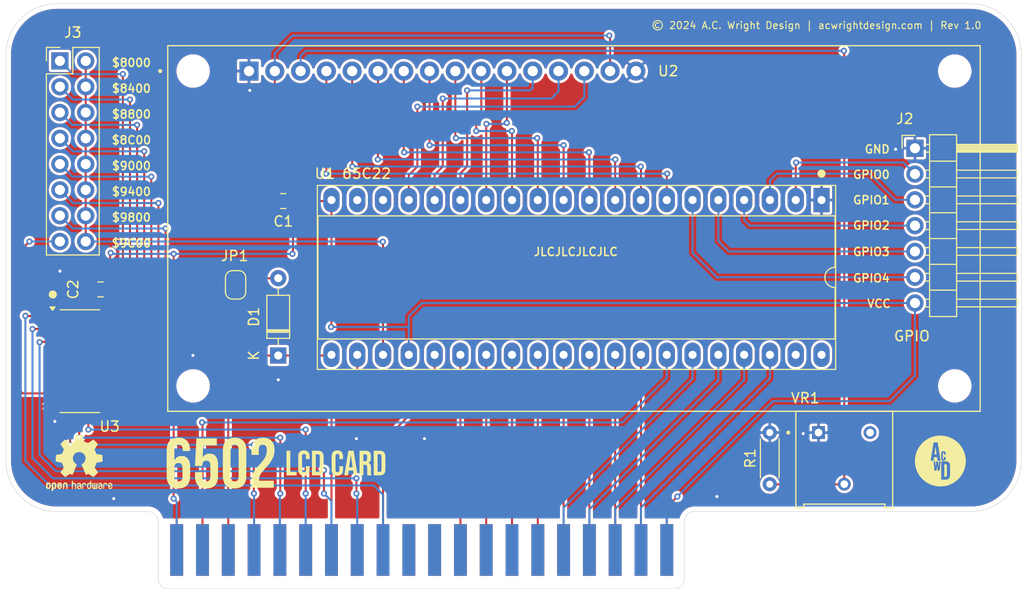
<source format=kicad_pcb>
(kicad_pcb (version 20240108) (generator "pcbnew") (generator_version "8.0")
  (title_block (title "6502 LCD Card") (date "2024-03-22") (rev "1.0") (company "A.C. Wright Design"))
  (layers (0 "F.Cu" signal) (31 "B.Cu" signal) (34 "B.Paste" user) (35 "F.Paste" user) (36 "B.SilkS" user "B.Silkscreen") (37 "F.SilkS" user "F.Silkscreen") (38 "B.Mask" user) (39 "F.Mask" user) (44 "Edge.Cuts" user))
  (net 0 "")
  (net 1 "GND")
  (net 2 "VCC")
  (net 3 "IRQB")
  (net 4 "Net-(D1-K)")
  (net 5 "D2")
  (net 6 "A2")
  (net 7 "RESB")
  (net 8 "A1")
  (net 9 "RWB")
  (net 10 "A15")
  (net 11 "D0")
  (net 12 "A12")
  (net 13 "A0")
  (net 14 "A11")
  (net 15 "D1")
  (net 16 "PHI2")
  (net 17 "D5")
  (net 18 "A14")
  (net 19 "A3")
  (net 20 "D7")
  (net 21 "A13")
  (net 22 "A10")
  (net 23 "D4")
  (net 24 "D3")
  (net 25 "D6")
  (net 26 "CSB")
  (net 27 "GPIO3")
  (net 28 "GPIO2")
  (net 29 "GPIO4")
  (net 30 "/$8400")
  (net 31 "/$9800")
  (net 32 "/$9400")
  (net 33 "/$8C00")
  (net 34 "/$9000")
  (net 35 "/$8800")
  (net 36 "/$8000")
  (net 37 "/$9C00")
  (net 38 "GPIO0")
  (net 39 "GPIO1")
  (net 41 "Net-(U2-VO)")
  (net 42 "DB2")
  (net 43 "DB5")
  (net 44 "DB4")
  (net 45 "RS")
  (net 46 "DB0")
  (net 47 "DB3")
  (net 49 "DB1")
  (net 50 "E")
  (net 52 "DB7")
  (net 53 "DB6")
  (net 56 "R{slash}W")
  (footprint "6502 Parts:LCD-16X2" (layer "F.Cu") (at 156.52 92.5)
    (property "Reference" "U2")
    (property "Value" "LCD-16X2" (hide yes))
  )
  (footprint "Diode_THT:D_DO-35_SOD27_P7.62mm_Horizontal" (layer "F.Cu") (at 127.4 105.01 90)
    (property "Reference" "D1")
    (property "Value" "D_Schottky" (hide yes))
  )
  (footprint "6502 Parts:3386F-1-103TLF" (layer "F.Cu") (at 183.14 115.255)
    (property "Reference" "VR1")
    (property "Value" "10k" (hide yes))
  )
  (footprint "Resistor_THT:R_Axial_DIN0204_L3.6mm_D1.6mm_P5.08mm_Horizontal" (layer "F.Cu") (at 175.8 117.68 90)
    (property "Reference" "R1")
    (property "Value" "R" (hide yes))
  )
  (footprint "A.C. Wright Logo:A.C. Wright Logo 5mm" (layer "F.Cu") (at 192.6 115.4)
    (property "Reference" "G***" (hide yes))
    (property "Value" "LOGO" (hide yes))
  )
  (footprint "Jumper:SolderJumper-2_P1.3mm_Bridged_RoundedPad1.0x1.5mm" (layer "F.Cu") (at 123.2 98.05 90)
    (property "Reference" "JP1")
    (property "Value" "SolderJumper_2_Bridged" (hide yes))
  )
  (footprint "Package_SO:SOIC-16_3.9x9.9mm_P1.27mm" (layer "F.Cu") (at 107.875 105.565)
    (property "Reference" "U3")
    (property "Value" "74LS138" (hide yes))
  )
  (footprint "Package_DIP:DIP-40_W15.24mm_Socket_LongPads" (layer "F.Cu") (at 180.9 89.7 -90)
    (property "Reference" "U1")
    (property "Value" "65C22")
  )
  (footprint "Connector_PinHeader_2.54mm:PinHeader_2x08_P2.54mm_Vertical" (layer "F.Cu") (at 105.9 76)
    (property "Reference" "J3")
    (property "Value" "Conn_02x08_Odd_Even" (hide yes))
  )
  (footprint "Capacitor_SMD:C_0805_2012Metric" (layer "F.Cu") (at 109.9 98.5 180)
    (property "Reference" "C2")
    (property "Value" "100nF" (hide yes))
  )
  (footprint "Symbol:OSHW-Logo2_7.3x6mm_SilkScreen" (layer "F.Cu") (at 107.8 115.6)
    (property "Reference" "REF**" (hide yes))
    (property "Value" "OSHW-Logo2_7.3x6mm_SilkScreen" (hide yes))
  )
  (footprint "6502 Parts:6502CARDEDGE" (layer "F.Cu") (at 117.4 126.7)
    (property "Reference" "J1" (hide yes))
    (property "Value" "6502CARDEDGE" (hide yes))
  )
  (footprint "6502 Logos:6502 LCD Card Logo 5mm" (layer "F.Cu") (at 131.4 115.6)
    (property "Reference" "G***" (hide yes))
    (property "Value" "LOGO" (hide yes))
  )
  (footprint "Connector_PinHeader_2.54mm:PinHeader_1x07_P2.54mm_Horizontal" (layer "F.Cu") (at 190.1 84.6)
    (property "Reference" "J2")
    (property "Value" "GPIO")
  )
  (footprint "Capacitor_SMD:C_0805_2012Metric" (layer "F.Cu") (at 127.9 89.8)
    (property "Reference" "C1")
    (property "Value" "100nF" (hide yes))
  )
  (gr_circle (center 105.2 99) (end 105.4 99) (stroke (width 0.4)) (fill none) (layer "F.SilkS"))
  (gr_circle (center 180.9 87.1) (end 181.1 87.1) (stroke (width 0.4)) (fill none) (layer "F.SilkS"))
  (gr_arc (start 167.3841 121.3746) (mid 167.676993 120.667493) (end 168.3841 120.3746) (stroke (width 0.05)) (layer "Edge.Cuts"))
  (gr_line (start 200.5841 115.3746) (end 200.5841 75.3746) (stroke (width 0.05)) (layer "Edge.Cuts"))
  (gr_arc (start 105.5841 120.3746) (mid 102.048566 118.910134) (end 100.5841 115.3746) (stroke (width 0.05)) (layer "Edge.Cuts"))
  (gr_line (start 105.5841 120.3746) (end 114.5841 120.3746) (stroke (width 0.05)) (layer "Edge.Cuts"))
  (gr_line (start 168.3841 120.3746) (end 195.5841 120.3746) (stroke (width 0.05)) (layer "Edge.Cuts"))
  (gr_line (start 195.5841 70.3746) (end 105.5841 70.3746) (stroke (width 0.05)) (layer "Edge.Cuts"))
  (gr_arc (start 114.5841 120.3746) (mid 115.291207 120.667493) (end 115.5841 121.3746) (stroke (width 0.05)) (layer "Edge.Cuts"))
  (gr_line (start 167.3841 126.9946) (end 167.3841 121.3746) (stroke (width 0.05)) (layer "Edge.Cuts"))
  (gr_arc (start 200.5841 115.3746) (mid 199.119634 118.910134) (end 195.5841 120.3746) (stroke (width 0.05)) (layer "Edge.Cuts"))
  (gr_arc (start 100.5841 75.3746) (mid 102.048566 71.839066) (end 105.5841 70.3746) (stroke (width 0.05)) (layer "Edge.Cuts"))
  (gr_line (start 116.5841 127.9946) (end 166.3841 127.9946) (stroke (width 0.05)) (layer "Edge.Cuts"))
  (gr_line (start 100.5841 75.3746) (end 100.5841 115.3746) (stroke (width 0.05)) (layer "Edge.Cuts"))
  (gr_arc (start 116.5841 127.9946) (mid 115.876993 127.701707) (end 115.5841 126.9946) (stroke (width 0.05)) (layer "Edge.Cuts"))
  (gr_arc (start 167.3841 126.9946) (mid 167.091207 127.701707) (end 166.3841 127.9946) (stroke (width 0.05)) (layer "Edge.Cuts"))
  (gr_arc (start 195.5841 70.3746) (mid 199.119634 71.839066) (end 200.5841 75.3746) (stroke (width 0.05)) (layer "Edge.Cuts"))
  (gr_line (start 115.5841 121.3746) (end 115.5841 126.9946) (stroke (width 0.05)) (layer "Edge.Cuts"))
  (gr_text "© 2024 A.C. Wright Design | acwrightdesign.com | Rev 1.0" (at 180.4 72.5 0) (layer "F.SilkS") (effects (font (size 0.7 0.7) (thickness 0.1))))
  (gr_text "$9000" (at 112.94 86.34 0) (layer "F.SilkS") (effects (font (size 0.8 0.8))))
  (gr_text "VCC" (at 187.8 99.9 0) (layer "F.SilkS") (effects (font (size 0.8 0.8)) (justify right)))
  (gr_text "$9800" (at 112.94 91.42 0) (layer "F.SilkS") (effects (font (size 0.8 0.8))))
  (gr_text "$9400" (at 112.94 88.88 0) (layer "F.SilkS") (effects (font (size 0.8 0.8))))
  (gr_text "JLCJLCJLCJLC" (at 156.7 94.8 0) (layer "F.SilkS") (effects (font (size 0.8 0.8))))
  (gr_text "$8400" (at 112.94 78.72 0) (layer "F.SilkS") (effects (font (size 0.8 0.8))))
  (gr_text "GPIO4" (at 187.7 97.4 0) (layer "F.SilkS") (effects (font (size 0.8 0.8)) (justify right)))
  (gr_text "GPIO1" (at 187.7 89.7 0) (layer "F.SilkS") (effects (font (size 0.8 0.8)) (justify right)))
  (gr_text "$8800" (at 112.94 81.26 0) (layer "F.SilkS") (effects (font (size 0.8 0.8))))
  (gr_text "GND" (at 187.7 84.7 0) (layer "F.SilkS") (effects (font (size 0.8 0.8)) (justify right)))
  (gr_text "GPIO2" (at 187.7 92.2 0) (layer "F.SilkS") (effects (font (size 0.8 0.8)) (justify right)))
  (gr_text "$8C00" (at 112.94 83.8 0) (layer "F.SilkS") (effects (font (size 0.8 0.8))))
  (gr_text "GPIO3" (at 187.7 94.8 0) (layer "F.SilkS") (effects (font (size 0.8 0.8)) (justify right)))
  (gr_text "$8000" (at 112.94 76.18 0) (layer "F.SilkS") (effects (font (size 0.8 0.8))))
  (gr_text "$9C00" (at 112.94 93.96 0) (layer "F.SilkS") (effects (font (size 0.8 0.8))))
  (gr_text "GPIO0" (at 187.7 87.2 0) (layer "F.SilkS") (effects (font (size 0.8 0.8)) (justify right)))
  (segment (start 117.4 124.16) (end 117.4 121.3) (width 0.2) (layer "F.Cu") (net 1))
  (segment (start 117.4 121.3) (end 117.4 119.9) (width 0.2) (layer "F.Cu") (net 1))
  (via (at 124.6 78.9) (size 0.6) (drill 0.3) (layers "F.Cu" "B.Cu") (net 1))
  (via (at 141.8 113.2) (size 0.6) (drill 0.3) (layers "F.Cu" "B.Cu") (net 1))
  (via (at 179.1 112.7) (size 0.6) (drill 0.3) (layers "F.Cu" "B.Cu") (net 1))
  (via (at 135.1 113.2) (size 0.6) (drill 0.3) (layers "F.Cu" "B.Cu") (net 1))
  (via (at 127.4 107.4) (size 0.6) (drill 0.3) (layers "F.Cu" "B.Cu") (net 1))
  (via (at 188.2 84.7) (size 0.6) (drill 0.3) (layers "F.Cu" "B.Cu") (net 1))
  (via (at 105.4 111.5) (size 0.6) (drill 0.3) (layers "F.Cu" "B.Cu") (net 1))
  (via (at 170.6 118.9) (size 0.6) (drill 0.3) (layers "F.Cu" "B.Cu") (net 1))
  (via (at 105.9 96.7) (size 0.6) (drill 0.3) (layers "F.Cu" "B.Cu") (net 1))
  (via (at 111.2 119.1) (size 0.6) (drill 0.3) (layers "F.Cu" "B.Cu") (net 1))
  (via (at 119 105) (size 0.6) (drill 0.3) (layers "F.Cu" "B.Cu") (net 1))
  (segment (start 165.66 124.16) (end 165.66 119.94) (width 0.2) (layer "B.Cu") (net 1))
  (segment (start 165.66 119.94) (end 165.66 124.16) (width 0.2) (layer "F.Cu") (net 2))
  (segment (start 110.85 98.5) (end 110.85 99.75) (width 0.2) (layer "F.Cu") (net 2))
  (segment (start 110.85 99.75) (end 110.35 100.25) (width 0.2) (layer "F.Cu") (net 2))
  (segment (start 128.85 84.45) (end 128.85 89.8) (width 0.2) (layer "F.Cu") (net 2))
  (segment (start 128.85 89.8) (end 132.54 89.8) (width 0.2) (layer "F.Cu") (net 2))
  (segment (start 160.08 77) (end 160.08 73.58) (width 0.2) (layer "F.Cu") (net 2))
  (segment (start 166.7 118.9) (end 165.66 119.94) (width 0.2) (layer "F.Cu") (net 2))
  (segment (start 117.1 119.1) (end 117.1 95) (width 0.2) (layer "F.Cu") (net 2))
  (segment (start 132.64 89.7) (end 132.64 102.16) (width 0.2) (layer "F.Cu") (net 2))
  (segment (start 110.9 94.9) (end 110.85 94.95) (width 0.2) (layer "F.Cu") (net 2))
  (segment (start 128.85 94.95) (end 128.8 95) (width 0.2) (layer "F.Cu") (net 2))
  (segment (start 127.06 82.66) (end 128.85 84.45) (width 0.2) (layer "F.Cu") (net 2))
  (segment (start 160.08 73.58) (end 160 73.5) (width 0.2) (layer "F.Cu") (net 2))
  (segment (start 132.54 89.8) (end 132.64 89.7) (width 0.2) (layer "F.Cu") (net 2))
  (segment (start 127.06 77) (end 127.06 82.66) (width 0.2) (layer "F.Cu") (net 2))
  (segment (start 128.85 89.8) (end 128.85 94.95) (width 0.2) (layer "F.Cu") (net 2))
  (segment (start 110.85 94.95) (end 110.85 98.5) (width 0.2) (layer "F.Cu") (net 2))
  (segment (start 132.64 102.16) (end 132.6 102.2) (width 0.2) (layer "F.Cu") (net 2))
  (segment (start 110.35 100.25) (end 110.35 101.12) (width 0.2) (layer "F.Cu") (net 2))
  (via (at 117.1 95) (size 0.6) (drill 0.3) (layers "F.Cu" "B.Cu") (net 2))
  (via (at 110.9 94.9) (size 0.6) (drill 0.3) (layers "F.Cu" "B.Cu") (net 2))
  (via (at 117.1 119.1) (size 0.6) (drill 0.3) (layers "F.Cu" "B.Cu") (net 2))
  (via (at 132.6 102.2) (size 0.6) (drill 0.3) (layers "F.Cu" "B.Cu") (net 2))
  (via (at 160 73.5) (size 0.6) (drill 0.3) (layers "F.Cu" "B.Cu") (net 2))
  (via (at 166.7 118.9) (size 0.6) (drill 0.3) (layers "F.Cu" "B.Cu") (net 2))
  (via (at 128.8 95) (size 0.6) (drill 0.3) (layers "F.Cu" "B.Cu") (net 2))
  (segment (start 160 73.5) (end 128.8 73.5) (width 0.2) (layer "B.Cu") (net 2))
  (segment (start 111 95) (end 110.9 94.9) (width 0.2) (layer "B.Cu") (net 2))
  (segment (start 117.1 95) (end 111 95) (width 0.2) (layer "B.Cu") (net 2))
  (segment (start 117.4 119.4) (end 117.1 119.1) (width 0.2) (layer "B.Cu") (net 2))
  (segment (start 141.56 99.84) (end 190.1 99.84) (width 0.2) (layer "B.Cu") (net 2))
  (segment (start 140.26 101.14) (end 141.56 99.84) (width 0.2) (layer "B.Cu") (net 2))
  (segment (start 166.7 118.9) (end 176.1 109.5) (width 0.2) (layer "B.Cu") (net 2))
  (segment (start 128.8 95) (end 117.1 95) (width 0.2) (layer "B.Cu") (net 2))
  (segment (start 132.6 102.2) (end 140.26 102.2) (width 0.2) (layer "B.Cu") (net 2))
  (segment (start 127.06 75.24) (end 127.06 77) (width 0.2) (layer "B.Cu") (net 2))
  (segment (start 176.1 109.5) (end 187.6 109.5) (width 0.2) (layer "B.Cu") (net 2))
  (segment (start 140.26 104.94) (end 140.26 101.14) (width 0.2) (layer "B.Cu") (net 2))
  (segment (start 117.4 124.16) (end 117.4 119.4) (width 0.2) (layer "B.Cu") (net 2))
  (segment (start 128.8 73.5) (end 127.06 75.24) (width 0.2) (layer "B.Cu") (net 2))
  (segment (start 187.6 109.5) (end 190.1 107) (width 0.2) (layer "B.Cu") (net 2))
  (segment (start 190.1 107) (end 190.1 99.84) (width 0.2) (layer "B.Cu") (net 2))
  (segment (start 127.39 97.4) (end 127.4 97.39) (width 0.2) (layer "F.Cu") (net 3))
  (segment (start 120.9 98) (end 121.5 97.4) (width 0.2) (layer "F.Cu") (net 3))
  (segment (start 123.2 97.4) (end 127.39 97.4) (width 0.2) (layer "F.Cu") (net 3))
  (segment (start 121.5 97.4) (end 123.2 97.4) (width 0.2) (layer "F.Cu") (net 3))
  (segment (start 120.9 104.5) (end 120.9 98) (width 0.2) (layer "F.Cu") (net 3))
  (segment (start 122.48 124.16) (end 122.48 106.08) (width 0.2) (layer "F.Cu") (net 3))
  (segment (start 122.48 106.08) (end 120.9 104.5) (width 0.2) (layer "F.Cu") (net 3))
  (segment (start 132.57 105.01) (end 132.64 104.94) (width 0.2) (layer "F.Cu") (net 4))
  (segment (start 123.2 104.4) (end 123.81 105.01) (width 0.2) (layer "F.Cu") (net 4))
  (segment (start 123.81 105.01) (end 127.4 105.01) (width 0.2) (layer "F.Cu") (net 4))
  (segment (start 127.4 105.01) (end 132.57 105.01) (width 0.2) (layer "F.Cu") (net 4))
  (segment (start 123.2 98.7) (end 123.2 104.4) (width 0.2) (layer "F.Cu") (net 4))
  (segment (start 158.04 104.94) (end 158.04 124.16) (width 0.2) (layer "F.Cu") (net 5))
  (segment (start 158.04 120.16) (end 170.74 107.46) (width 0.2) (layer "B.Cu") (net 6))
  (segment (start 170.74 107.46) (end 170.74 104.94) (width 0.2) (layer "B.Cu") (net 6))
  (segment (start 158.04 124.16) (end 158.04 120.16) (width 0.2) (layer "B.Cu") (net 6))
  (segment (start 119.9 111.6) (end 119.94 111.64) (width 0.2) (layer "F.Cu") (net 7))
  (segment (start 119.94 111.64) (end 119.94 124.16) (width 0.2) (layer "F.Cu") (net 7))
  (via (at 119.9 111.6) (size 0.6) (drill 0.3) (layers "F.Cu" "B.Cu") (net 7))
  (segment (start 165.66 107.24) (end 165.66 104.94) (width 0.2) (layer "B.Cu") (net 7))
  (segment (start 161.3 111.6) (end 165.66 107.24) (width 0.2) (layer "B.Cu") (net 7))
  (segment (start 119.9 111.6) (end 161.3 111.6) (width 0.2) (layer "B.Cu") (net 7))
  (segment (start 160.58 120.12) (end 173.28 107.42) (width 0.2) (layer "B.Cu") (net 8))
  (segment (start 173.28 107.42) (end 173.28 104.94) (width 0.2) (layer "B.Cu") (net 8))
  (segment (start 160.58 124.16) (end 160.58 120.12) (width 0.2) (layer "B.Cu") (net 8))
  (segment (start 135.18 107.72) (end 132.64 110.26) (width 0.2) (layer "F.Cu") (net 9))
  (segment (start 135.18 104.94) (end 135.18 107.72) (width 0.2) (layer "F.Cu") (net 9))
  (segment (start 132.64 110.26) (end 132.64 124.16) (width 0.2) (layer "F.Cu") (net 9))
  (segment (start 105.4 107.47) (end 106.77 107.47) (width 0.2) (layer "F.Cu") (net 10))
  (segment (start 106.9 107.6) (end 106.9 107.9) (width 0.2) (layer "F.Cu") (net 10))
  (segment (start 106.9 107.9) (end 106.9 113.8) (width 0.2) (layer "F.Cu") (net 10))
  (segment (start 106.9 113.8) (end 106.9 114) (width 0.2) (layer "F.Cu") (net 10))
  (segment (start 106.77 107.47) (end 106.9 107.6) (width 0.2) (layer "F.Cu") (net 10))
  (segment (start 125 113.8) (end 125 118.6) (width 0.2) (layer "F.Cu") (net 10))
  (via (at 125 118.6) (size 0.6) (drill 0.3) (layers "F.Cu" "B.Cu") (net 10))
  (via (at 125 113.8) (size 0.6) (drill 0.3) (layers "F.Cu" "B.Cu") (net 10))
  (via (at 106.9 113.8) (size 0.6) (drill 0.3) (layers "F.Cu" "B.Cu") (net 10))
  (segment (start 107 113.8) (end 125 113.8) (width 0.2) (layer "B.Cu") (net 10))
  (segment (start 125.02 118.62) (end 125.02 124.16) (width 0.2) (layer "B.Cu") (net 10))
  (segment (start 106.9 113.8) (end 107 113.8) (width 0.2) (layer "B.Cu") (net 10))
  (segment (start 125 118.6) (end 125.02 118.62) (width 0.2) (layer "B.Cu") (net 10))
  (segment (start 163.12 104.94) (end 163.12 124.16) (width 0.2) (layer "F.Cu") (net 11))
  (segment (start 131.9 116.3) (end 131.9 118.6) (width 0.2) (layer "F.Cu") (net 12))
  (segment (start 103.94 103.66) (end 103.9 103.7) (width 0.2) (layer "F.Cu") (net 12))
  (segment (start 105.4 103.66) (end 103.94 103.66) (width 0.2) (layer "F.Cu") (net 12))
  (via (at 131.9 116.3) (size 0.6) (drill 0.3) (layers "F.Cu" "B.Cu") (net 12))
  (via (at 131.9 118.6) (size 0.6) (drill 0.3) (layers "F.Cu" "B.Cu") (net 12))
  (via (at 103.9 103.7) (size 0.6) (drill 0.3) (layers "F.Cu" "B.Cu") (net 12))
  (segment (start 103.9 114.8) (end 105.5 116.4) (width 0.2) (layer "B.Cu") (net 12))
  (segment (start 131.9 118.6) (end 132.64 119.34) (width 0.2) (layer "B.Cu") (net 12))
  (segment (start 132.64 119.34) (end 132.64 124.16) (width 0.2) (layer "B.Cu") (net 12))
  (segment (start 105.5 116.4) (end 131.8 116.4) (width 0.2) (layer "B.Cu") (net 12))
  (segment (start 103.9 103.7) (end 103.9 114.8) (width 0.2) (layer "B.Cu") (net 12))
  (segment (start 131.8 116.4) (end 131.9 116.3) (width 0.2) (layer "B.Cu") (net 12))
  (segment (start 163.12 124.16) (end 163.12 119.98) (width 0.2) (layer "B.Cu") (net 13))
  (segment (start 175.82 107.28) (end 175.82 104.94) (width 0.2) (layer "B.Cu") (net 13))
  (segment (start 163.12 119.98) (end 175.82 107.28) (width 0.2) (layer "B.Cu") (net 13))
  (segment (start 103.21 102.39) (end 103.2 102.4) (width 0.2) (layer "F.Cu") (net 14))
  (segment (start 135.1 117.1) (end 135.1 118.6) (width 0.2) (layer "F.Cu") (net 14))
  (segment (start 105.4 102.39) (end 103.21 102.39) (width 0.2) (layer "F.Cu") (net 14))
  (via (at 135.1 117.1) (size 0.6) (drill 0.3) (layers "F.Cu" "B.Cu") (net 14))
  (via (at 103.2 102.4) (size 0.6) (drill 0.3) (layers "F.Cu" "B.Cu") (net 14))
  (via (at 135.1 118.6) (size 0.6) (drill 0.3) (layers "F.Cu" "B.Cu") (net 14))
  (segment (start 135.1 118.8) (end 135.18 118.88) (width 0.2) (layer "B.Cu") (net 14))
  (segment (start 103.2 102.8) (end 103.2 109.2) (width 0.2) (layer "B.Cu") (net 14))
  (segment (start 103.2 115.1) (end 105.1 117) (width 0.2) (layer "B.Cu") (net 14))
  (segment (start 103.2 102.4) (end 103.2 102.8) (width 0.2) (layer "B.Cu") (net 14))
  (segment (start 105.1 117) (end 105.2 117.1) (width 0.2) (layer "B.Cu") (net 14))
  (segment (start 105.2 117.1) (end 106.9 117.1) (width 0.2) (layer "B.Cu") (net 14))
  (segment (start 103.2 109.2) (end 103.2 115.1) (width 0.2) (layer "B.Cu") (net 14))
  (segment (start 135.18 118.88) (end 135.18 124.16) (width 0.2) (layer "B.Cu") (net 14))
  (segment (start 106.9 117.1) (end 135.1 117.1) (width 0.2) (layer "B.Cu") (net 14))
  (segment (start 135.1 118.6) (end 135.1 118.8) (width 0.2) (layer "B.Cu") (net 14))
  (segment (start 160.58 104.94) (end 160.58 124.16) (width 0.2) (layer "F.Cu") (net 15))
  (segment (start 142.8 104.94) (end 142.8 108.4) (width 0.2) (layer "F.Cu") (net 16))
  (segment (start 142.8 108.4) (end 137.72 113.48) (width 0.2) (layer "F.Cu") (net 16))
  (segment (start 137.72 113.48) (end 137.72 124.16) (width 0.2) (layer "F.Cu") (net 16))
  (segment (start 150.42 104.94) (end 150.42 124.16) (width 0.2) (layer "F.Cu") (net 17))
  (segment (start 107.4 106.2) (end 107.8 106.6) (width 0.2) (layer "F.Cu") (net 18))
  (segment (start 107.8 106.9) (end 107.8 112.4) (width 0.2) (layer "F.Cu") (net 18))
  (segment (start 107.8 112.6) (end 107.8 113.1) (width 0.2) (layer "F.Cu") (net 18))
  (segment (start 107.8 112.4) (end 107.8 112.6) (width 0.2) (layer "F.Cu") (net 18))
  (segment (start 127.6 113.1) (end 127.6 118.6) (width 0.2) (layer "F.Cu") (net 18))
  (segment (start 107.8 106.6) (end 107.8 106.9) (width 0.2) (layer "F.Cu") (net 18))
  (segment (start 105.4 106.2) (end 107.4 106.2) (width 0.2) (layer "F.Cu") (net 18))
  (via (at 107.8 113.1) (size 0.6) (drill 0.3) (layers "F.Cu" "B.Cu") (net 18))
  (via (at 127.6 113.1) (size 0.6) (drill 0.3) (layers "F.Cu" "B.Cu") (net 18))
  (via (at 127.6 118.6) (size 0.6) (drill 0.3) (layers "F.Cu" "B.Cu") (net 18))
  (segment (start 127.56 118.64) (end 127.56 124.16) (width 0.2) (layer "B.Cu") (net 18))
  (segment (start 127.6 118.6) (end 127.56 118.64) (width 0.2) (layer "B.Cu") (net 18))
  (segment (start 107.8 113.1) (end 127.6 113.1) (width 0.2) (layer "B.Cu") (net 18))
  (segment (start 168.2 107.3) (end 168.2 104.94) (width 0.2) (layer "B.Cu") (net 19))
  (segment (start 155.5 124.16) (end 155.5 120) (width 0.2) (layer "B.Cu") (net 19))
  (segment (start 155.5 120) (end 168.2 107.3) (width 0.2) (layer "B.Cu") (net 19))
  (segment (start 145.34 104.94) (end 145.34 124.16) (width 0.2) (layer "F.Cu") (net 20))
  (segment (start 108.7 106.2) (end 108.7 112.3) (width 0.2) (layer "F.Cu") (net 21))
  (segment (start 108.2 105) (end 108.7 105.5) (width 0.2) (layer "F.Cu") (net 21))
  (segment (start 130.1 112.3) (end 130.1 118.6) (width 0.2) (layer "F.Cu") (net 21))
  (segment (start 108.13 104.93) (end 108.2 105) (width 0.2) (layer "F.Cu") (net 21))
  (segment (start 105.4 104.93) (end 108.13 104.93) (width 0.2) (layer "F.Cu") (net 21))
  (segment (start 108.7 105.5) (end 108.7 106.2) (width 0.2) (layer "F.Cu") (net 21))
  (via (at 108.7 112.3) (size 0.6) (drill 0.3) (layers "F.Cu" "B.Cu") (net 21))
  (via (at 130.1 112.3) (size 0.6) (drill 0.3) (layers "F.Cu" "B.Cu") (net 21))
  (via (at 130.1 118.6) (size 0.6) (drill 0.3) (layers "F.Cu" "B.Cu") (net 21))
  (segment (start 108.7 112.3) (end 130.1 112.3) (width 0.2) (layer "B.Cu") (net 21))
  (segment (start 130.1 118.6) (end 130.1 124.16) (width 0.2) (layer "B.Cu") (net 21))
  (segment (start 102.52 101.12) (end 102.5 101.1) (width 0.2) (layer "F.Cu") (net 22))
  (segment (start 105.4 101.12) (end 102.52 101.12) (width 0.2) (layer "F.Cu") (net 22))
  (via (at 102.5 101.1) (size 0.6) (drill 0.3) (layers "F.Cu" "B.Cu") (net 22))
  (segment (start 102.5 101.1) (end 102.5 115.4) (width 0.2) (layer "B.Cu") (net 22))
  (segment (start 104.9 117.8) (end 136.8 117.8) (width 0.2) (layer "B.Cu") (net 22))
  (segment (start 102.5 115.4) (end 104.9 117.8) (width 0.2) (layer "B.Cu") (net 22))
  (segment (start 136.8 117.8) (end 137.72 118.72) (width 0.2) (layer "B.Cu") (net 22))
  (segment (start 137.72 118.72) (end 137.72 124.16) (width 0.2) (layer "B.Cu") (net 22))
  (segment (start 152.96 104.94) (end 152.96 124.16) (width 0.2) (layer "F.Cu") (net 23))
  (segment (start 155.5 104.94) (end 155.5 124.16) (width 0.2) (layer "F.Cu") (net 24))
  (segment (start 147.88 104.94) (end 147.88 124.16) (width 0.2) (layer "F.Cu") (net 25))
  (segment (start 137.72 93.82) (end 137.7 93.8) (width 0.2) (layer "F.Cu") (net 26))
  (segment (start 137.72 104.94) (end 137.72 93.82) (width 0.2) (layer "F.Cu") (net 26))
  (segment (start 108.44 76) (end 108.44 93.78) (width 0.2) (layer "F.Cu") (net 26))
  (via (at 137.7 93.8) (size 0.6) (drill 0.3) (layers "F.Cu" "B.Cu") (net 26))
  (segment (start 137.7 93.8) (end 136.9 93.8) (width 0.2) (layer "B.Cu") (net 26))
  (segment (start 136.88 93.78) (end 108.44 93.78) (width 0.2) (layer "B.Cu") (net 26))
  (segment (start 136.9 93.8) (end 136.88 93.78) (width 0.2) (layer "B.Cu") (net 26))
  (segment (start 171.76 94.76) (end 170.74 93.74) (width 0.2) (layer "B.Cu") (net 27))
  (segment (start 170.74 93.74) (end 170.74 89.7) (width 0.2) (layer "B.Cu") (net 27))
  (segment (start 190.1 94.76) (end 171.76 94.76) (width 0.2) (layer "B.Cu") (net 27))
  (segment (start 190.1 92.22) (end 173.82 92.22) (width 0.2) (layer "B.Cu") (net 28))
  (segment (start 173.82 92.22) (end 173.28 91.68) (width 0.2) (layer "B.Cu") (net 28))
  (segment (start 173.28 91.68) (end 173.28 89.7) (width 0.2) (layer "B.Cu") (net 28))
  (segment (start 190.1 97.3) (end 170.6 97.3) (width 0.2) (layer "B.Cu") (net 29))
  (segment (start 170.6 97.3) (end 168.2 94.9) (width 0.2) (layer "B.Cu") (net 29))
  (segment (start 168.2 94.9) (end 168.2 89.7) (width 0.2) (layer "B.Cu") (net 29))
  (segment (start 112.24 103.66) (end 110.35 103.66) (width 0.2) (layer "F.Cu") (net 30))
  (segment (start 112.8 103.1) (end 112.24 103.66) (width 0.2) (layer "F.Cu") (net 30))
  (segment (start 112.8 79.8) (end 112.8 103.1) (width 0.2) (layer "F.Cu") (net 30))
  (via (at 112.8 79.8) (size 0.6) (drill 0.3) (layers "F.Cu" "B.Cu") (net 30))
  (segment (start 109.1 79.8) (end 112.8 79.8) (width 0.2) (layer "B.Cu") (net 30))
  (segment (start 105.9 78.54) (end 107.16 79.8) (width 0.2) (layer "B.Cu") (net 30))
  (segment (start 107.16 79.8) (end 109.1 79.8) (width 0.2) (layer "B.Cu") (net 30))
  (segment (start 115.59 110.01) (end 110.35 110.01) (width 0.2) (layer "F.Cu") (net 31))
  (segment (start 116.3 92.5) (end 116.3 109.3) (width 0.2) (layer "F.Cu") (net 31))
  (segment (start 116.3 109.3) (end 115.59 110.01) (width 0.2) (layer "F.Cu") (net 31))
  (via (at 116.3 92.5) (size 0.6) (drill 0.3) (layers "F.Cu" "B.Cu") (net 31))
  (segment (start 105.9 91.24) (end 107.16 92.5) (width 0.2) (layer "B.Cu") (net 31))
  (segment (start 108.1 92.5) (end 108.4 92.5) (width 0.2) (layer "B.Cu") (net 31))
  (segment (start 107.16 92.5) (end 108.1 92.5) (width 0.2) (layer "B.Cu") (net 31))
  (segment (start 108.4 92.5) (end 116.3 92.5) (width 0.2) (layer "B.Cu") (net 31))
  (segment (start 114.96 108.74) (end 110.35 108.74) (width 0.2) (layer "F.Cu") (net 32))
  (segment (start 115.6 90) (end 115.6 108.1) (width 0.2) (layer "F.Cu") (net 32))
  (segment (start 115.6 108.1) (end 114.96 108.74) (width 0.2) (layer "F.Cu") (net 32))
  (via (at 115.6 90) (size 0.6) (drill 0.3) (layers "F.Cu" "B.Cu") (net 32))
  (segment (start 107.2 90) (end 107.6 90) (width 0.2) (layer "B.Cu") (net 32))
  (segment (start 105.9 88.7) (end 107.2 90) (width 0.2) (layer "B.Cu") (net 32))
  (segment (start 107.6 90) (end 115.6 90) (width 0.2) (layer "B.Cu") (net 32))
  (segment (start 114.2 84.9) (end 114.2 105.6) (width 0.2) (layer "F.Cu") (net 33))
  (segment (start 113.6 106.2) (end 110.35 106.2) (width 0.2) (layer "F.Cu") (net 33))
  (segment (start 114.2 105.6) (end 113.6 106.2) (width 0.2) (layer "F.Cu") (net 33))
  (via (at 114.2 84.9) (size 0.6) (drill 0.3) (layers "F.Cu" "B.Cu") (net 33))
  (segment (start 107.6 84.9) (end 107.9 84.9) (width 0.2) (layer "B.Cu") (net 33))
  (segment (start 107.18 84.9) (end 107.6 84.9) (width 0.2) (layer "B.Cu") (net 33))
  (segment (start 107.9 84.9) (end 114.2 84.9) (width 0.2) (layer "B.Cu") (net 33))
  (segment (start 105.9 83.62) (end 107.18 84.9) (width 0.2) (layer "B.Cu") (net 33))
  (segment (start 114.43 107.47) (end 110.35 107.47) (width 0.2) (layer "F.Cu") (net 34))
  (segment (start 114.9 87.4) (end 114.9 107) (width 0.2) (layer "F.Cu") (net 34))
  (segment (start 114.9 107) (end 114.43 107.47) (width 0.2) (layer "F.Cu") (net 34))
  (via (at 114.9 87.4) (size 0.6) (drill 0.3) (layers "F.Cu" "B.Cu") (net 34))
  (segment (start 107.14 87.4) (end 107.5 87.4) (width 0.2) (layer "B.Cu") (net 34))
  (segment (start 105.9 86.16) (end 107.14 87.4) (width 0.2) (layer "B.Cu") (net 34))
  (segment (start 107.5 87.4) (end 107.8 87.4) (width 0.2) (layer "B.Cu") (net 34))
  (segment (start 107.8 87.4) (end 114.9 87.4) (width 0.2) (layer "B.Cu") (net 34))
  (segment (start 113.5 104.3) (end 112.87 104.93) (width 0.2) (layer "F.Cu") (net 35))
  (segment (start 113.5 82.3) (end 113.5 104.3) (width 0.2) (layer "F.Cu") (net 35))
  (segment (start 112.87 104.93) (end 110.35 104.93) (width 0.2) (layer "F.Cu") (net 35))
  (via (at 113.5 82.3) (size 0.6) (drill 0.3) (layers "F.Cu" "B.Cu") (net 35))
  (segment (start 105.9 81.08) (end 107.12 82.3) (width 0.2) (layer "B.Cu") (net 35))
  (segment (start 107.12 82.3) (end 108.5 82.3) (width 0.2) (layer "B.Cu") (net 35))
  (segment (start 108.5 82.3) (end 113.5 82.3) (width 0.2) (layer "B.Cu") (net 35))
  (segment (start 112.1 102) (end 111.71 102.39) (width 0.2) (layer "F.Cu") (net 36))
  (segment (start 111.71 102.39) (end 110.35 102.39) (width 0.2) (layer "F.Cu") (net 36))
  (segment (start 112.1 77.3) (end 112.1 102) (width 0.2) (layer "F.Cu") (net 36))
  (via (at 112.1 77.3) (size 0.6) (drill 0.3) (layers "F.Cu" "B.Cu") (net 36))
  (segment (start 105.9 76) (end 107.2 77.3) (width 0.2) (layer "B.Cu") (net 36))
  (segment (start 107.2 77.3) (end 112.1 77.3) (width 0.2) (layer "B.Cu") (net 36))
  (segment (start 101.7 108.2) (end 102.24 108.74) (width 0.2) (layer "F.Cu") (net 37))
  (segment (start 102.9 93.78) (end 101.7 94.98) (width 0.2) (layer "F.Cu") (net 37))
  (segment (start 101.7 94.98) (end 101.7 108.2) (width 0.2) (layer "F.Cu") (net 37))
  (segment (start 102.24 108.74) (end 105.4 108.74) (width 0.2) (layer "F.Cu") (net 37))
  (via (at 102.9 93.78) (size 0.6) (drill 0.3) (layers "F.Cu" "B.Cu") (net 37))
  (segment (start 102.9 93.78) (end 105.9 93.78) (width 0.2) (layer "B.Cu") (net 37))
  (segment (start 178.36 86.04) (end 178.4 86) (width 0.2) (layer "F.Cu") (net 38))
  (segment (start 178.36 89.7) (end 178.36 86.04) (width 0.2) (layer "F.Cu") (net 38))
  (via (at 178.4 86) (size 0.6) (drill 0.3) (layers "F.Cu" "B.Cu") (net 38))
  (segment (start 178.4 86) (end 188.96 86) (width 0.2) (layer "B.Cu") (net 38))
  (segment (start 188.96 86) (end 190.1 87.14) (width 0.2) (layer "B.Cu") (net 38))
  (segment (start 190.1 89.68) (end 188.18 89.68) (width 0.2) (layer "B.Cu") (net 39))
  (segment (start 188.18 89.68) (end 185.6 87.1) (width 0.2) (layer "B.Cu") (net 39))
  (segment (start 175.82 87.78) (end 175.82 89.7) (width 0.2) (layer "B.Cu") (net 39))
  (segment (start 185.6 87.1) (end 176.5 87.1) (width 0.2) (layer "B.Cu") (net 39))
  (segment (start 176.5 87.1) (end 175.82 87.78) (width 0.2) (layer "B.Cu") (net 39))
  (segment (start 175.82 117.7) (end 175.8 117.68) (width 0.2) (layer "F.Cu") (net 41))
  (segment (start 183.1 75) (end 183.14 75.04) (width 0.2) (layer "F.Cu") (net 41))
  (segment (start 183.14 75.04) (end 183.14 117.7) (width 0.2) (layer "F.Cu") (net 41))
  (segment (start 183.14 117.7) (end 175.82 117.7) (width 0.2) (layer "F.Cu") (net 41))
  (via (at 183.1 75) (size 0.6) (drill 0.3) (layers "F.Cu" "B.Cu") (net 41))
  (segment (start 183.1 75) (end 130.1 75) (width 0.2) (layer "B.Cu") (net 41))
  (segment (start 130.1 75) (end 129.6 75.5) (width 0.2) (layer "B.Cu") (net 41))
  (segment (start 129.6 75.5) (end 129.6 77) (width 0.2) (layer "B.Cu") (net 41))
  (segment (start 152.96 83.66) (end 152.9 83.6) (width 0.2) (layer "F.Cu") (net 42))
  (segment (start 152.96 89.7) (end 152.96 83.66) (width 0.2) (layer "F.Cu") (net 42))
  (segment (start 144.84 83.54) (end 144.84 77) (width 0.2) (layer "F.Cu") (net 42))
  (segment (start 144.9 83.6) (end 144.84 83.54) (width 0.2) (layer "F.Cu") (net 42))
  (via (at 152.9 83.6) (size 0.6) (drill 0.3) (layers "F.Cu" "B.Cu") (net 42))
  (via (at 144.9 83.6) (size 0.6) (drill 0.3) (layers "F.Cu" "B.Cu") (net 42))
  (segment (start 152.9 83.6) (end 145.5 83.6) (width 0.2) (layer "B.Cu") (net 42))
  (segment (start 145.5 83.6) (end 144.9 83.6) (width 0.2) (layer "B.Cu") (net 42))
  (segment (start 145.34 89.7) (end 145.34 87.06) (width 0.2) (layer "F.Cu") (net 43))
  (segment (start 146 86.4) (end 146 78.9) (width 0.2) (layer "F.Cu") (net 43))
  (segment (start 145.34 87.06) (end 146 86.4) (width 0.2) (layer "F.Cu") (net 43))
  (via (at 146 78.9) (size 0.6) (drill 0.3) (layers "F.Cu" "B.Cu") (net 43))
  (segment (start 152.2 78.9) (end 152.46 78.64) (width 0.2) (layer "B.Cu") (net 43))
  (segment (start 152.46 78.64) (end 152.46 77) (width 0.2) (layer "B.Cu") (net 43))
  (segment (start 146 78.9) (end 152.2 78.9) (width 0.2) (layer "B.Cu") (net 43))
  (segment (start 149.92 82.08) (end 149.92 77) (width 0.2) (layer "F.Cu") (net 44))
  (segment (start 147.88 82.22) (end 147.9 82.2) (width 0.2) (layer "F.Cu") (net 44))
  (segment (start 147.88 89.7) (end 147.88 82.22) (width 0.2) (layer "F.Cu") (net 44))
  (segment (start 149.9 82.1) (end 149.92 82.08) (width 0.2) (layer "F.Cu") (net 44))
  (via (at 149.9 82.1) (size 0.6) (drill 0.3) (layers "F.Cu" "B.Cu") (net 44))
  (via (at 147.9 82.2) (size 0.6) (drill 0.3) (layers "F.Cu" "B.Cu") (net 44))
  (segment (start 149.8 82.2) (end 149.9 82.1) (width 0.2) (layer "B.Cu") (net 44))
  (segment (start 147.9 82.2) (end 149.8 82.2) (width 0.2) (layer "B.Cu") (net 44))
  (segment (start 165.66 87.14) (end 165.7 87.1) (width 0.2) (layer "F.Cu") (net 45))
  (segment (start 165.66 89.7) (end 165.66 87.14) (width 0.2) (layer "F.Cu") (net 45))
  (segment (start 132.14 87.06) (end 132.14 77) (width 0.2) (layer "F.Cu") (net 45))
  (segment (start 132.1 87.1) (end 132.14 87.06) (width 0.2) (layer "F.Cu") (net 45))
  (via (at 165.7 87.1) (size 0.6) (drill 0.3) (layers "F.Cu" "B.Cu") (net 45))
  (via (at 132.1 87.1) (size 0.6) (drill 0.3) (layers "F.Cu" "B.Cu") (net 45))
  (segment (start 165.7 87.1) (end 134 87.1) (width 0.2) (layer "B.Cu") (net 45))
  (segment (start 133.88 87.1) (end 132.1 87.1) (width 0.2) (layer "B.Cu") (net 45))
  (segment (start 134 87.1) (end 133.88 87.1) (width 0.2) (layer "B.Cu") (net 45))
  (segment (start 139.76 84.96) (end 139.76 77) (width 0.2) (layer "F.Cu") (net 46))
  (segment (start 158.04 85.04) (end 158 85) (width 0.2) (layer "F.Cu") (net 46))
  (segment (start 158.04 89.7) (end 158.04 85.04) (width 0.2) (layer "F.Cu") (net 46))
  (segment (start 139.8 85) (end 139.76 84.96) (width 0.2) (layer "F.Cu") (net 46))
  (via (at 139.8 85) (size 0.6) (drill 0.3) (layers "F.Cu" "B.Cu") (net 46))
  (via (at 158 85) (size 0.6) (drill 0.3) (layers "F.Cu" "B.Cu") (net 46))
  (segment (start 158 85) (end 141.3 85) (width 0.2) (layer "B.Cu") (net 46))
  (segment (start 141.3 85) (end 139.8 85) (width 0.2) (layer "B.Cu") (net 46))
  (segment (start 146.9 82.9) (end 146.9 82.2) (width 0.2) (layer "F.Cu") (net 47))
  (segment (start 146.9 82.2) (end 147.4 81.7) (width 0.2) (layer "F.Cu") (net 47))
  (segment (start 147.4 77.02) (end 147.38 77) (width 0.2) (layer "F.Cu") (net 47))
  (segment (start 147.4 81.7) (end 147.4 77.02) (width 0.2) (layer "F.Cu") (net 47))
  (segment (start 150.42 89.7) (end 150.42 82.92) (width 0.2) (layer "F.Cu") (net 47))
  (segment (start 150.42 82.92) (end 150.4 82.9) (width 0.2) (layer "F.Cu") (net 47))
  (via (at 146.9 82.9) (size 0.6) (drill 0.3) (layers "F.Cu" "B.Cu") (net 47))
  (via (at 150.4 82.9) (size 0.6) (drill 0.3) (layers "F.Cu" "B.Cu") (net 47))
  (segment (start 147.9 82.9) (end 146.9 82.9) (width 0.2) (layer "B.Cu") (net 47))
  (segment (start 148.1 82.9) (end 147.9 82.9) (width 0.2) (layer "B.Cu") (net 47))
  (segment (start 150.4 82.9) (end 148.1 82.9) (width 0.2) (layer "B.Cu") (net 47))
  (segment (start 155.5 89.7) (end 155.5 84.3) (width 0.2) (layer "F.Cu") (net 49))
  (segment (start 142.3 84.3) (end 142.3 77) (width 0.2) (layer "F.Cu") (net 49))
  (via (at 155.5 84.3) (size 0.6) (drill 0.3) (layers "F.Cu" "B.Cu") (net 49))
  (via (at 142.3 84.3) (size 0.6) (drill 0.3) (layers "F.Cu" "B.Cu") (net 49))
  (segment (start 143.2 84.3) (end 143.1 84.3) (width 0.2) (layer "B.Cu") (net 49))
  (segment (start 143.1 84.3) (end 142.3 84.3) (width 0.2) (layer "B.Cu") (net 49))
  (segment (start 155.5 84.3) (end 143.2 84.3) (width 0.2) (layer "B.Cu") (net 49))
  (segment (start 137.2 85.7) (end 137.22 85.68) (width 0.2) (layer "F.Cu") (net 50))
  (segment (start 160.58 89.7) (end 160.58 85.72) (width 0.2) (layer "F.Cu") (net 50))
  (segment (start 160.58 85.72) (end 160.6 85.7) (width 0.2) (layer "F.Cu") (net 50))
  (segment (start 137.22 85.68) (end 137.22 77) (width 0.2) (layer "F.Cu") (net 50))
  (via (at 160.6 85.7) (size 0.6) (drill 0.3) (layers "F.Cu" "B.Cu") (net 50))
  (via (at 137.2 85.7) (size 0.6) (drill 0.3) (layers "F.Cu" "B.Cu") (net 50))
  (segment (start 138.7 85.7) (end 137.2 85.7) (width 0.2) (layer "B.Cu") (net 50))
  (segment (start 160.6 85.7) (end 138.7 85.7) (width 0.2) (layer "B.Cu") (net 50))
  (segment (start 141.1 86.4) (end 141.1 86.1) (width 0.2) (layer "F.Cu") (net 52))
  (segment (start 140.26 89.7) (end 140.26 87.24) (width 0.2) (layer "F.Cu") (net 52))
  (segment (start 141.1 86.1) (end 141.1 80.5) (width 0.2) (layer "F.Cu") (net 52))
  (segment (start 140.26 87.24) (end 141.1 86.4) (width 0.2) (layer "F.Cu") (net 52))
  (via (at 141.1 80.5) (size 0.6) (drill 0.3) (layers "F.Cu" "B.Cu") (net 52))
  (segment (start 141.1 80.5) (end 156.6 80.5) (width 0.2) (layer "B.Cu") (net 52))
  (segment (start 157.54 79.56) (end 157.54 77) (width 0.2) (layer "B.Cu") (net 52))
  (segment (start 156.6 80.5) (end 157.54 79.56) (width 0.2) (layer "B.Cu") (net 52))
  (segment (start 142.8 89.7) (end 142.8 87.2) (width 0.2) (layer "F.Cu") (net 53))
  (segment (start 143.6 86.4) (end 143.6 79.7) (width 0.2) (layer "F.Cu") (net 53))
  (segment (start 142.8 87.2) (end 143.6 86.4) (width 0.2) (layer "F.Cu") (net 53))
  (via (at 143.6 79.7) (size 0.6) (drill 0.3) (layers "F.Cu" "B.Cu") (net 53))
  (segment (start 154.3 79.7) (end 155 79) (width 0.2) (layer "B.Cu") (net 53))
  (segment (start 155 79) (end 155 77) (width 0.2) (layer "B.Cu") (net 53))
  (segment (start 143.6 79.7) (end 154.3 79.7) (width 0.2) (layer "B.Cu") (net 53))
  (segment (start 134.68 86.38) (end 134.68 77) (width 0.2) (layer "F.Cu") (net 56))
  (segment (start 163.12 89.7) (end 163.12 86.42) (width 0.2) (layer "F.Cu") (net 56))
  (segment (start 163.12 86.42) (end 163.1 86.4) (width 0.2) (layer "F.Cu") (net 56))
  (segment (start 134.7 86.4) (end 134.68 86.38) (width 0.2) (layer "F.Cu") (net 56))
  (via (at 163.1 86.4) (size 0.6) (drill 0.3) (layers "F.Cu" "B.Cu") (net 56))
  (via (at 134.7 86.4) (size 0.6) (drill 0.3) (layers "F.Cu" "B.Cu") (net 56))
  (segment (start 136.2 86.4) (end 134.7 86.4) (width 0.2) (layer "B.Cu") (net 56))
  (segment (start 163.1 86.4) (end 136.2 86.4) (width 0.2) (layer "B.Cu") (net 56))
  (zone (net 1) (net_name "GND") (layer "F.Cu") (connect_pads (clearance 0.254)) (min_thickness 0.254) (fill yes (thermal_gap 0.254) (thermal_bridge_width 0.254))
    (polygon (pts (xy 200.838 121.054) (xy 100 121.054) (xy 100 70) (xy 200.838 70)))
  )
  (zone (net 1) (net_name "GND") (layer "B.Cu") (connect_pads (clearance 0.254)) (min_thickness 0.254) (fill yes (thermal_gap 0.254) (thermal_bridge_width 0.254))
    (polygon (pts (xy 200.838 121.054) (xy 100 121.054) (xy 100 70) (xy 200.838 70)))
  )
)
</source>
